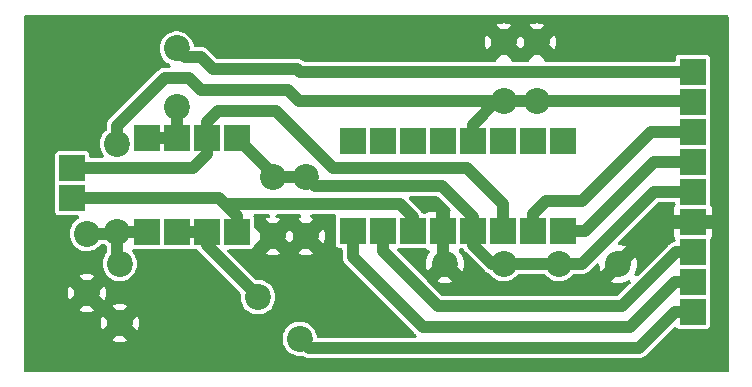
<source format=gbr>
%TF.GenerationSoftware,KiCad,Pcbnew,7.0.10*%
%TF.CreationDate,2024-03-10T19:32:54-06:00*%
%TF.ProjectId,Active_Electrode,41637469-7665-45f4-956c-656374726f64,rev?*%
%TF.SameCoordinates,Original*%
%TF.FileFunction,Copper,L1,Top*%
%TF.FilePolarity,Positive*%
%FSLAX46Y46*%
G04 Gerber Fmt 4.6, Leading zero omitted, Abs format (unit mm)*
G04 Created by KiCad (PCBNEW 7.0.10) date 2024-03-10 19:32:54*
%MOMM*%
%LPD*%
G01*
G04 APERTURE LIST*
%TA.AperFunction,ComponentPad*%
%ADD10R,2.200000X2.200000*%
%TD*%
%TA.AperFunction,ComponentPad*%
%ADD11C,2.200000*%
%TD*%
%TA.AperFunction,ViaPad*%
%ADD12C,2.200000*%
%TD*%
%TA.AperFunction,Conductor*%
%ADD13C,1.000000*%
%TD*%
G04 APERTURE END LIST*
D10*
%TO.P,J1,1,Pin_1*%
%TO.N,/CH1*%
X4089000Y-12974000D03*
%TO.P,J1,2,Pin_2*%
%TO.N,/CH2*%
X4089000Y-15514000D03*
%TD*%
D11*
%TO.P,C10,1*%
%TO.N,/+15V*%
X5334000Y-18542000D03*
%TO.P,C10,2*%
%TO.N,GND*%
X5334000Y-23542000D03*
%TD*%
%TO.P,C5,1*%
%TO.N,/-15V*%
X23876000Y-13716000D03*
%TO.P,C5,2*%
%TO.N,GND*%
X23876000Y-18716000D03*
%TD*%
%TO.P,C9,1*%
%TO.N,/+15V*%
X8128000Y-21082000D03*
%TO.P,C9,2*%
%TO.N,GND*%
X8128000Y-26082000D03*
%TD*%
%TO.P,C7,1*%
%TO.N,/-15V*%
X45331862Y-21082000D03*
%TO.P,C7,2*%
%TO.N,GND*%
X50331862Y-21082000D03*
%TD*%
%TO.P,C1,1*%
%TO.N,Net-(U2-NEG_A)*%
X12954000Y-7834000D03*
%TO.P,C1,2*%
%TO.N,/ADC_CH1*%
X12954000Y-2834000D03*
%TD*%
%TO.P,C4,1*%
%TO.N,/-15V*%
X21082000Y-13756000D03*
%TO.P,C4,2*%
%TO.N,GND*%
X21082000Y-18756000D03*
%TD*%
%TO.P,C2,1*%
%TO.N,Net-(U2-NEG_B)*%
X19822233Y-23886233D03*
%TO.P,C2,2*%
%TO.N,/ADC_CH2*%
X23357767Y-27421767D03*
%TD*%
%TO.P,C3,1*%
%TO.N,/+15V*%
X40640000Y-7326000D03*
%TO.P,C3,2*%
%TO.N,GND*%
X40640000Y-2326000D03*
%TD*%
D10*
%TO.P,J2,1,Pin_1*%
%TO.N,/ADC_CH1*%
X56642000Y-4826000D03*
%TO.P,J2,2,Pin_2*%
%TO.N,/+15V*%
X56642000Y-7366000D03*
%TO.P,J2,3,Pin_3*%
%TO.N,/CURR_CH1*%
X56642000Y-9906000D03*
%TO.P,J2,4,Pin_4*%
%TO.N,/DigiSelect1*%
X56642000Y-12446000D03*
%TO.P,J2,5,Pin_5*%
%TO.N,/-15V*%
X56642000Y-14986000D03*
%TO.P,J2,6,Pin_6*%
%TO.N,GND*%
X56642000Y-17526000D03*
%TO.P,J2,7,Pin_7*%
%TO.N,/CURR_CH2*%
X56642000Y-20066000D03*
%TO.P,J2,8,Pin_8*%
%TO.N,/DigiSelect2*%
X56642000Y-22606000D03*
%TO.P,J2,9,Pin_9*%
%TO.N,/ADC_CH2*%
X56642000Y-25146000D03*
%TD*%
D11*
%TO.P,C6,1*%
%TO.N,/+15V*%
X43434000Y-7326000D03*
%TO.P,C6,2*%
%TO.N,GND*%
X43434000Y-2326000D03*
%TD*%
%TO.P,C8,1*%
%TO.N,/-15V*%
X40640000Y-21082000D03*
%TO.P,C8,2*%
%TO.N,GND*%
X35640000Y-21082000D03*
%TD*%
D10*
%TO.P,U1,1,IN1*%
%TO.N,/DigiSelect1*%
X45636000Y-18288000D03*
%TO.P,U1,2,D1*%
%TO.N,/CURR_CH1*%
X43096000Y-18288000D03*
%TO.P,U1,3,S1*%
%TO.N,/CH1*%
X40556000Y-18288000D03*
%TO.P,U1,4,VSS*%
%TO.N,/-15V*%
X38016000Y-18288000D03*
%TO.P,U1,5,GND*%
%TO.N,GND*%
X35476000Y-18288000D03*
%TO.P,U1,6,S4*%
%TO.N,/CH2*%
X32936000Y-18288000D03*
%TO.P,U1,7,D4*%
%TO.N,/CURR_CH2*%
X30396000Y-18288000D03*
%TO.P,U1,8,IN4*%
%TO.N,/DigiSelect2*%
X27856000Y-18288000D03*
%TO.P,U1,9,IN3*%
%TO.N,unconnected-(U1-IN3-Pad9)*%
X27856000Y-10668000D03*
%TO.P,U1,10,D3*%
%TO.N,unconnected-(U1-D3-Pad10)*%
X30396000Y-10668000D03*
%TO.P,U1,11,S3*%
%TO.N,unconnected-(U1-S3-Pad11)*%
X32936000Y-10668000D03*
%TO.P,U1,12,NC*%
%TO.N,unconnected-(U1-NC-Pad12)*%
X35476000Y-10668000D03*
%TO.P,U1,13,VDD*%
%TO.N,/+15V*%
X38016000Y-10668000D03*
%TO.P,U1,14,S2*%
%TO.N,unconnected-(U1-S2-Pad14)*%
X40556000Y-10668000D03*
%TO.P,U1,15,D2*%
%TO.N,unconnected-(U1-D2-Pad15)*%
X43096000Y-10668000D03*
%TO.P,U1,16,IN2*%
%TO.N,unconnected-(U1-IN2-Pad16)*%
X45636000Y-10668000D03*
%TD*%
%TO.P,U2,1,OUT_A*%
%TO.N,Net-(U2-NEG_A)*%
X10414000Y-10414000D03*
%TO.P,U2,2,NEG_A*%
X12954000Y-10414000D03*
%TO.P,U2,3,POS_A*%
%TO.N,/CH1*%
X15494000Y-10414000D03*
%TO.P,U2,4,V-*%
%TO.N,/-15V*%
X18034000Y-10414000D03*
%TO.P,U2,5,POS_B*%
%TO.N,/CH2*%
X18034000Y-18354000D03*
%TO.P,U2,6,NEG_B*%
%TO.N,Net-(U2-NEG_B)*%
X15494000Y-18354000D03*
%TO.P,U2,7,OUT_B*%
X12954000Y-18354000D03*
%TO.P,U2,8,V+*%
%TO.N,/+15V*%
X10414000Y-18354000D03*
%TD*%
D12*
%TO.N,/+15V*%
X7874000Y-10922000D03*
X7874000Y-18354000D03*
%TD*%
D13*
%TO.N,/DigiSelect1*%
X47498000Y-18288000D02*
X53340000Y-12446000D01*
X45636000Y-18288000D02*
X47498000Y-18288000D01*
X53340000Y-12446000D02*
X56642000Y-12446000D01*
%TO.N,GND*%
X35476000Y-18288000D02*
X35476000Y-20918000D01*
X35476000Y-20918000D02*
X35640000Y-21082000D01*
X35640000Y-18452000D02*
X35476000Y-18288000D01*
%TO.N,/DigiSelect2*%
X33782000Y-26416000D02*
X51308000Y-26416000D01*
X27856000Y-20490000D02*
X33782000Y-26416000D01*
X55118000Y-22606000D02*
X56642000Y-22606000D01*
X51308000Y-26416000D02*
X55118000Y-22606000D01*
X27856000Y-18288000D02*
X27856000Y-20490000D01*
%TO.N,/-15V*%
X21082000Y-13462000D02*
X18034000Y-10414000D01*
X39650000Y-21082000D02*
X38016000Y-19448000D01*
X38016000Y-18288000D02*
X38016000Y-17128000D01*
X35366000Y-14478000D02*
X24638000Y-14478000D01*
X24638000Y-14478000D02*
X23876000Y-13716000D01*
X38016000Y-19448000D02*
X38016000Y-18288000D01*
X21122000Y-13716000D02*
X21082000Y-13756000D01*
X23876000Y-13716000D02*
X21122000Y-13716000D01*
X21082000Y-13756000D02*
X21082000Y-13462000D01*
X40640000Y-21082000D02*
X39650000Y-21082000D01*
X56642000Y-14986000D02*
X53340000Y-14986000D01*
X38016000Y-17128000D02*
X35366000Y-14478000D01*
X53340000Y-14986000D02*
X47244000Y-21082000D01*
X47244000Y-21082000D02*
X45331862Y-21082000D01*
X40640000Y-21082000D02*
X45331862Y-21082000D01*
%TO.N,/+15V*%
X38016000Y-9308000D02*
X38016000Y-10668000D01*
X43434000Y-7326000D02*
X56602000Y-7326000D01*
X7874000Y-9398000D02*
X7874000Y-10922000D01*
X39998000Y-7326000D02*
X38016000Y-9308000D01*
X43434000Y-7326000D02*
X23328000Y-7326000D01*
X10414000Y-18354000D02*
X7874000Y-18354000D01*
X22352000Y-6350000D02*
X14986000Y-6350000D01*
X23328000Y-7326000D02*
X22352000Y-6350000D01*
X14986000Y-6350000D02*
X13970000Y-5334000D01*
X11938000Y-5334000D02*
X7874000Y-9398000D01*
X7686000Y-18542000D02*
X7874000Y-18354000D01*
X56602000Y-7326000D02*
X56642000Y-7366000D01*
X8128000Y-21082000D02*
X7874000Y-20828000D01*
X13970000Y-5334000D02*
X11938000Y-5334000D01*
X40640000Y-7326000D02*
X39998000Y-7326000D01*
X5334000Y-18542000D02*
X7686000Y-18542000D01*
X7874000Y-20828000D02*
X7874000Y-18354000D01*
%TO.N,/CURR_CH1*%
X43096000Y-16894000D02*
X44242000Y-15748000D01*
X53086000Y-9906000D02*
X56642000Y-9906000D01*
X47244000Y-15748000D02*
X53086000Y-9906000D01*
X43096000Y-18288000D02*
X43096000Y-16894000D01*
X44242000Y-15748000D02*
X47244000Y-15748000D01*
%TO.N,/CURR_CH2*%
X55218610Y-20066000D02*
X56642000Y-20066000D01*
X30396000Y-18288000D02*
X30396000Y-19982000D01*
X50646610Y-24638000D02*
X55218610Y-20066000D01*
X35052000Y-24638000D02*
X50646610Y-24638000D01*
X30396000Y-19982000D02*
X35052000Y-24638000D01*
%TO.N,/ADC_CH1*%
X14986000Y-3556000D02*
X16002000Y-4572000D01*
X23114000Y-4572000D02*
X23368000Y-4826000D01*
X23368000Y-4826000D02*
X56642000Y-4826000D01*
X13676000Y-3556000D02*
X14986000Y-3556000D01*
X12954000Y-2834000D02*
X13676000Y-3556000D01*
X16002000Y-4572000D02*
X23114000Y-4572000D01*
%TO.N,/ADC_CH2*%
X24130000Y-28194000D02*
X52070000Y-28194000D01*
X23357767Y-27421767D02*
X24130000Y-28194000D01*
X55118000Y-25146000D02*
X56642000Y-25146000D01*
X52070000Y-28194000D02*
X55118000Y-25146000D01*
%TO.N,/CH1*%
X15494000Y-11774000D02*
X15494000Y-10414000D01*
X40556000Y-15988000D02*
X37522000Y-12954000D01*
X37522000Y-12954000D02*
X26162000Y-12954000D01*
X15494000Y-9054000D02*
X15494000Y-10414000D01*
X14294000Y-12974000D02*
X15494000Y-11774000D01*
X16420000Y-8128000D02*
X15494000Y-9054000D01*
X4089000Y-12974000D02*
X14294000Y-12974000D01*
X21336000Y-8128000D02*
X20066000Y-8128000D01*
X26162000Y-12954000D02*
X21336000Y-8128000D01*
X20066000Y-8128000D02*
X16420000Y-8128000D01*
X40556000Y-18288000D02*
X40556000Y-15988000D01*
%TO.N,/CH2*%
X17042000Y-16002000D02*
X16554000Y-15514000D01*
X32936000Y-18288000D02*
X32936000Y-17128000D01*
X18034000Y-16994000D02*
X18034000Y-18354000D01*
X31810000Y-16002000D02*
X17042000Y-16002000D01*
X16948000Y-15908000D02*
X18034000Y-16994000D01*
X4089000Y-15514000D02*
X16554000Y-15514000D01*
X16554000Y-15514000D02*
X16948000Y-15908000D01*
X32936000Y-17128000D02*
X31810000Y-16002000D01*
%TO.N,Net-(U2-NEG_A)*%
X12954000Y-10414000D02*
X12954000Y-7834000D01*
X10414000Y-10414000D02*
X12954000Y-10414000D01*
%TO.N,Net-(U2-NEG_B)*%
X19822233Y-23886233D02*
X19822233Y-23842233D01*
X15494000Y-19514000D02*
X15494000Y-18354000D01*
X19822233Y-23842233D02*
X15494000Y-19514000D01*
X12954000Y-18354000D02*
X15494000Y-18354000D01*
%TD*%
%TA.AperFunction,Conductor*%
%TO.N,GND*%
G36*
X35022499Y-15348431D02*
G01*
X35064674Y-15379463D01*
X35804471Y-16119260D01*
X36101569Y-16416357D01*
X36144653Y-16487628D01*
X36149682Y-16570758D01*
X36115502Y-16646703D01*
X36101569Y-16662430D01*
X36076000Y-16687999D01*
X36076000Y-18714000D01*
X36056069Y-18794862D01*
X36000843Y-18857199D01*
X35922973Y-18886731D01*
X35902000Y-18888000D01*
X35050000Y-18888000D01*
X34969138Y-18868069D01*
X34906801Y-18812843D01*
X34877269Y-18734973D01*
X34876000Y-18714000D01*
X34876000Y-18359889D01*
X34976000Y-18359889D01*
X35016507Y-18497844D01*
X35094239Y-18618798D01*
X35202900Y-18712952D01*
X35333685Y-18772680D01*
X35440237Y-18788000D01*
X35511763Y-18788000D01*
X35618315Y-18772680D01*
X35749100Y-18712952D01*
X35857761Y-18618798D01*
X35935493Y-18497844D01*
X35976000Y-18359889D01*
X35976000Y-18216111D01*
X35935493Y-18078156D01*
X35857761Y-17957202D01*
X35749100Y-17863048D01*
X35618315Y-17803320D01*
X35511763Y-17788000D01*
X35440237Y-17788000D01*
X35333685Y-17803320D01*
X35202900Y-17863048D01*
X35094239Y-17957202D01*
X35016507Y-18078156D01*
X34976000Y-18216111D01*
X34976000Y-18359889D01*
X34876000Y-18359889D01*
X34876000Y-16688001D01*
X34875999Y-16688000D01*
X34328171Y-16688000D01*
X34268626Y-16694401D01*
X34268623Y-16694401D01*
X34133913Y-16744645D01*
X34133911Y-16744646D01*
X34056237Y-16802794D01*
X33979560Y-16835297D01*
X33951962Y-16837500D01*
X33854806Y-16837500D01*
X33773944Y-16817569D01*
X33711607Y-16762343D01*
X33707704Y-16755714D01*
X33707515Y-16755836D01*
X33660084Y-16681632D01*
X33657599Y-16677625D01*
X33617067Y-16610259D01*
X33611359Y-16602750D01*
X33611626Y-16602546D01*
X33608970Y-16599147D01*
X33608706Y-16599360D01*
X33602799Y-16592011D01*
X33547207Y-16536419D01*
X33543921Y-16533042D01*
X33489848Y-16475958D01*
X33482656Y-16469849D01*
X33482873Y-16469592D01*
X33468518Y-16457730D01*
X32636326Y-15625537D01*
X32593242Y-15554265D01*
X32588213Y-15471136D01*
X32622393Y-15395191D01*
X32687951Y-15343829D01*
X32759363Y-15328500D01*
X34941637Y-15328500D01*
X35022499Y-15348431D01*
G37*
%TD.AperFunction*%
%TA.AperFunction,Conductor*%
G36*
X59596862Y-19931D02*
G01*
X59659199Y-75157D01*
X59688731Y-153027D01*
X59690000Y-174000D01*
X59690000Y-30052000D01*
X59670069Y-30132862D01*
X59614843Y-30195199D01*
X59536973Y-30224731D01*
X59516000Y-30226000D01*
X174000Y-30226000D01*
X93138Y-30206069D01*
X30801Y-30150843D01*
X1269Y-30072973D01*
X0Y-30052000D01*
X0Y-27555115D01*
X7503413Y-27555115D01*
X7632040Y-27608394D01*
X7632050Y-27608397D01*
X7876921Y-27667185D01*
X7876930Y-27667187D01*
X8128000Y-27686947D01*
X8379069Y-27667187D01*
X8379078Y-27667185D01*
X8623949Y-27608397D01*
X8623959Y-27608394D01*
X8752586Y-27555114D01*
X8128000Y-26930528D01*
X7503413Y-27555115D01*
X0Y-27555115D01*
X0Y-26082000D01*
X6523052Y-26082000D01*
X6542812Y-26333069D01*
X6542814Y-26333078D01*
X6601602Y-26577949D01*
X6601607Y-26577964D01*
X6654883Y-26706585D01*
X6654884Y-26706585D01*
X7207581Y-26153889D01*
X7628000Y-26153889D01*
X7668507Y-26291844D01*
X7746239Y-26412798D01*
X7854900Y-26506952D01*
X7985685Y-26566680D01*
X8092237Y-26582000D01*
X8163763Y-26582000D01*
X8270315Y-26566680D01*
X8401100Y-26506952D01*
X8509761Y-26412798D01*
X8587493Y-26291844D01*
X8628000Y-26153889D01*
X8628000Y-26082000D01*
X8976528Y-26082000D01*
X9601114Y-26706585D01*
X9654394Y-26577959D01*
X9654397Y-26577949D01*
X9713185Y-26333078D01*
X9713187Y-26333069D01*
X9732947Y-26082000D01*
X9713187Y-25830930D01*
X9713185Y-25830921D01*
X9654397Y-25586050D01*
X9654394Y-25586040D01*
X9601114Y-25457413D01*
X8976528Y-26082000D01*
X8628000Y-26082000D01*
X8628000Y-26010111D01*
X8587493Y-25872156D01*
X8509761Y-25751202D01*
X8401100Y-25657048D01*
X8270315Y-25597320D01*
X8163763Y-25582000D01*
X8092237Y-25582000D01*
X7985685Y-25597320D01*
X7854900Y-25657048D01*
X7746239Y-25751202D01*
X7668507Y-25872156D01*
X7628000Y-26010111D01*
X7628000Y-26153889D01*
X7207581Y-26153889D01*
X7279470Y-26082000D01*
X6654883Y-25457413D01*
X6601608Y-25586034D01*
X6601601Y-25586056D01*
X6542814Y-25830921D01*
X6542812Y-25830930D01*
X6523052Y-26082000D01*
X0Y-26082000D01*
X0Y-25015115D01*
X4709413Y-25015115D01*
X4838040Y-25068394D01*
X4838050Y-25068397D01*
X5082921Y-25127185D01*
X5082930Y-25127187D01*
X5334000Y-25146947D01*
X5585069Y-25127187D01*
X5585078Y-25127185D01*
X5829949Y-25068397D01*
X5829959Y-25068394D01*
X5958586Y-25015114D01*
X5552355Y-24608883D01*
X7503413Y-24608883D01*
X8128000Y-25233470D01*
X8752585Y-24608884D01*
X8752585Y-24608883D01*
X8623964Y-24555607D01*
X8623949Y-24555602D01*
X8379078Y-24496814D01*
X8379069Y-24496812D01*
X8128000Y-24477052D01*
X7876930Y-24496812D01*
X7876921Y-24496814D01*
X7632056Y-24555601D01*
X7632034Y-24555608D01*
X7503413Y-24608883D01*
X5552355Y-24608883D01*
X5334000Y-24390528D01*
X4709413Y-25015115D01*
X0Y-25015115D01*
X0Y-23542000D01*
X3729052Y-23542000D01*
X3748812Y-23793069D01*
X3748814Y-23793078D01*
X3807602Y-24037949D01*
X3807607Y-24037964D01*
X3860883Y-24166585D01*
X3860884Y-24166585D01*
X4413581Y-23613889D01*
X4834000Y-23613889D01*
X4874507Y-23751844D01*
X4952239Y-23872798D01*
X5060900Y-23966952D01*
X5191685Y-24026680D01*
X5298237Y-24042000D01*
X5369763Y-24042000D01*
X5476315Y-24026680D01*
X5607100Y-23966952D01*
X5715761Y-23872798D01*
X5793493Y-23751844D01*
X5834000Y-23613889D01*
X5834000Y-23542000D01*
X6182528Y-23542000D01*
X6807114Y-24166585D01*
X6860394Y-24037959D01*
X6860397Y-24037949D01*
X6919185Y-23793078D01*
X6919187Y-23793069D01*
X6938947Y-23542000D01*
X6919187Y-23290930D01*
X6919185Y-23290921D01*
X6860397Y-23046050D01*
X6860394Y-23046040D01*
X6807114Y-22917413D01*
X6182528Y-23542000D01*
X5834000Y-23542000D01*
X5834000Y-23470111D01*
X5793493Y-23332156D01*
X5715761Y-23211202D01*
X5607100Y-23117048D01*
X5476315Y-23057320D01*
X5369763Y-23042000D01*
X5298237Y-23042000D01*
X5191685Y-23057320D01*
X5060900Y-23117048D01*
X4952239Y-23211202D01*
X4874507Y-23332156D01*
X4834000Y-23470111D01*
X4834000Y-23613889D01*
X4413581Y-23613889D01*
X4485470Y-23542000D01*
X3860883Y-22917413D01*
X3807608Y-23046034D01*
X3807601Y-23046056D01*
X3748814Y-23290921D01*
X3748812Y-23290930D01*
X3729052Y-23542000D01*
X0Y-23542000D01*
X0Y-22068883D01*
X4709413Y-22068883D01*
X5334000Y-22693470D01*
X5958585Y-22068884D01*
X5958585Y-22068883D01*
X5829964Y-22015607D01*
X5829949Y-22015602D01*
X5585078Y-21956814D01*
X5585069Y-21956812D01*
X5334000Y-21937052D01*
X5082930Y-21956812D01*
X5082921Y-21956814D01*
X4838056Y-22015601D01*
X4838034Y-22015608D01*
X4709413Y-22068883D01*
X0Y-22068883D01*
X0Y-16647261D01*
X2638500Y-16647261D01*
X2648426Y-16715391D01*
X2648427Y-16715393D01*
X2699800Y-16820480D01*
X2699801Y-16820481D01*
X2699802Y-16820483D01*
X2782517Y-16903198D01*
X2887607Y-16954573D01*
X2921673Y-16959536D01*
X2955739Y-16964500D01*
X4514248Y-16964500D01*
X4595110Y-16984431D01*
X4657447Y-17039657D01*
X4686979Y-17117527D01*
X4676941Y-17200201D01*
X4629631Y-17268741D01*
X4597063Y-17291528D01*
X4537934Y-17323526D01*
X4537925Y-17323532D01*
X4348239Y-17471171D01*
X4348231Y-17471179D01*
X4185426Y-17648033D01*
X4053948Y-17849275D01*
X3957390Y-18069409D01*
X3957389Y-18069413D01*
X3919246Y-18220040D01*
X3898380Y-18302437D01*
X3878529Y-18542000D01*
X3898380Y-18781563D01*
X3957390Y-19014591D01*
X3974866Y-19054432D01*
X4053948Y-19234724D01*
X4185426Y-19435966D01*
X4348231Y-19612820D01*
X4348239Y-19612828D01*
X4537925Y-19760467D01*
X4537934Y-19760473D01*
X4749343Y-19874882D01*
X4976693Y-19952931D01*
X4976700Y-19952933D01*
X4976703Y-19952934D01*
X5213808Y-19992500D01*
X5213812Y-19992500D01*
X5454188Y-19992500D01*
X5454192Y-19992500D01*
X5691297Y-19952934D01*
X5728714Y-19940089D01*
X5918656Y-19874882D01*
X6067056Y-19794572D01*
X6130067Y-19760472D01*
X6130069Y-19760469D01*
X6130074Y-19760467D01*
X6319760Y-19612828D01*
X6319759Y-19612828D01*
X6319764Y-19612825D01*
X6412445Y-19512146D01*
X6470894Y-19448654D01*
X6540323Y-19402660D01*
X6598910Y-19392500D01*
X6786971Y-19392500D01*
X6867833Y-19412431D01*
X6893837Y-19429184D01*
X6956375Y-19477859D01*
X7007943Y-19543252D01*
X7023500Y-19615168D01*
X7023500Y-20072262D01*
X7003569Y-20153124D01*
X6983285Y-20181921D01*
X6983845Y-20182357D01*
X6979430Y-20188028D01*
X6847948Y-20389275D01*
X6751390Y-20609409D01*
X6751389Y-20609413D01*
X6692380Y-20842436D01*
X6677170Y-21025989D01*
X6672529Y-21082000D01*
X6692380Y-21321563D01*
X6751390Y-21554591D01*
X6763413Y-21582000D01*
X6847948Y-21774724D01*
X6979426Y-21975966D01*
X7142231Y-22152820D01*
X7142239Y-22152828D01*
X7331925Y-22300467D01*
X7331934Y-22300473D01*
X7543343Y-22414882D01*
X7770693Y-22492931D01*
X7770700Y-22492933D01*
X7770703Y-22492934D01*
X8007808Y-22532500D01*
X8007812Y-22532500D01*
X8248188Y-22532500D01*
X8248192Y-22532500D01*
X8485297Y-22492934D01*
X8536661Y-22475301D01*
X8712656Y-22414882D01*
X8924067Y-22300472D01*
X8924069Y-22300469D01*
X8924074Y-22300467D01*
X9113760Y-22152828D01*
X9113759Y-22152828D01*
X9113764Y-22152825D01*
X9276571Y-21975969D01*
X9408049Y-21774728D01*
X9417976Y-21752098D01*
X9439468Y-21703099D01*
X9504610Y-21554591D01*
X9563620Y-21321563D01*
X9583471Y-21082000D01*
X9563620Y-20842437D01*
X9504610Y-20609409D01*
X9440162Y-20462483D01*
X9408051Y-20389275D01*
X9276573Y-20188033D01*
X9212349Y-20118267D01*
X9192169Y-20096346D01*
X9152067Y-20023356D01*
X9150479Y-19940089D01*
X9187768Y-19865622D01*
X9255393Y-19817014D01*
X9320186Y-19804500D01*
X11547261Y-19804500D01*
X11569971Y-19801191D01*
X11615393Y-19794573D01*
X11615396Y-19794571D01*
X11628302Y-19790584D01*
X11629265Y-19793703D01*
X11688957Y-19780783D01*
X11738921Y-19793097D01*
X11739698Y-19790584D01*
X11752605Y-19794572D01*
X11752607Y-19794573D01*
X11786673Y-19799536D01*
X11820739Y-19804500D01*
X11820740Y-19804500D01*
X14087261Y-19804500D01*
X14109971Y-19801191D01*
X14155393Y-19794573D01*
X14155396Y-19794571D01*
X14168302Y-19790584D01*
X14169265Y-19793703D01*
X14228957Y-19780783D01*
X14278921Y-19793097D01*
X14279698Y-19790584D01*
X14292605Y-19794572D01*
X14292607Y-19794573D01*
X14326673Y-19799536D01*
X14360739Y-19804500D01*
X14360740Y-19804500D01*
X14575195Y-19804500D01*
X14656057Y-19824431D01*
X14718394Y-19879657D01*
X14722300Y-19886290D01*
X14722489Y-19886170D01*
X14769924Y-19960383D01*
X14772381Y-19964343D01*
X14812930Y-20031736D01*
X14812932Y-20031738D01*
X14812935Y-20031743D01*
X14818641Y-20039250D01*
X14818373Y-20039453D01*
X14821031Y-20042853D01*
X14821294Y-20042642D01*
X14827197Y-20049986D01*
X14882807Y-20105596D01*
X14886094Y-20108974D01*
X14940146Y-20166037D01*
X14947337Y-20172144D01*
X14947118Y-20172401D01*
X14961477Y-20184266D01*
X16670490Y-21893279D01*
X18332436Y-23555224D01*
X18375520Y-23626495D01*
X18382804Y-23692627D01*
X18366762Y-23886233D01*
X18386613Y-24125796D01*
X18445623Y-24358824D01*
X18452961Y-24375553D01*
X18542181Y-24578957D01*
X18673659Y-24780199D01*
X18836464Y-24957053D01*
X18836472Y-24957061D01*
X19026158Y-25104700D01*
X19026167Y-25104706D01*
X19237576Y-25219115D01*
X19464926Y-25297164D01*
X19464933Y-25297166D01*
X19464936Y-25297167D01*
X19702041Y-25336733D01*
X19702045Y-25336733D01*
X19942421Y-25336733D01*
X19942425Y-25336733D01*
X20179530Y-25297167D01*
X20406889Y-25219115D01*
X20618300Y-25104705D01*
X20618302Y-25104702D01*
X20618307Y-25104700D01*
X20807993Y-24957061D01*
X20807992Y-24957061D01*
X20807997Y-24957058D01*
X20970804Y-24780202D01*
X21102282Y-24578961D01*
X21198843Y-24358824D01*
X21257853Y-24125796D01*
X21277704Y-23886233D01*
X21257853Y-23646670D01*
X21198843Y-23413642D01*
X21110045Y-23211202D01*
X21102284Y-23193508D01*
X20970806Y-22992266D01*
X20808001Y-22815412D01*
X20807993Y-22815404D01*
X20618307Y-22667765D01*
X20618298Y-22667759D01*
X20406889Y-22553350D01*
X20179539Y-22475301D01*
X20179532Y-22475299D01*
X20100495Y-22462110D01*
X19942425Y-22435733D01*
X19702041Y-22435733D01*
X19694845Y-22435733D01*
X19694845Y-22433789D01*
X19623052Y-22422276D01*
X19567884Y-22385095D01*
X17411904Y-20229115D01*
X20457413Y-20229115D01*
X20586040Y-20282394D01*
X20586050Y-20282397D01*
X20830921Y-20341185D01*
X20830930Y-20341187D01*
X21082000Y-20360947D01*
X21333069Y-20341187D01*
X21333078Y-20341185D01*
X21577949Y-20282397D01*
X21577959Y-20282394D01*
X21706586Y-20229114D01*
X21666587Y-20189115D01*
X23251413Y-20189115D01*
X23380040Y-20242394D01*
X23380050Y-20242397D01*
X23624921Y-20301185D01*
X23624930Y-20301187D01*
X23876000Y-20320947D01*
X24127069Y-20301187D01*
X24127078Y-20301185D01*
X24371949Y-20242397D01*
X24371959Y-20242394D01*
X24500586Y-20189114D01*
X23876000Y-19564528D01*
X23251413Y-20189115D01*
X21666587Y-20189115D01*
X21082000Y-19604528D01*
X20457413Y-20229115D01*
X17411904Y-20229115D01*
X17284326Y-20101537D01*
X17241242Y-20030266D01*
X17236213Y-19947136D01*
X17270393Y-19871191D01*
X17335951Y-19819829D01*
X17407363Y-19804500D01*
X19167261Y-19804500D01*
X19189971Y-19801191D01*
X19235393Y-19794573D01*
X19340483Y-19743198D01*
X19423198Y-19660483D01*
X19474573Y-19555393D01*
X19476690Y-19540865D01*
X19508069Y-19463721D01*
X19571705Y-19409996D01*
X19581682Y-19407787D01*
X20161581Y-18827889D01*
X20582000Y-18827889D01*
X20622507Y-18965844D01*
X20700239Y-19086798D01*
X20808900Y-19180952D01*
X20939685Y-19240680D01*
X21046237Y-19256000D01*
X21117763Y-19256000D01*
X21224315Y-19240680D01*
X21355100Y-19180952D01*
X21463761Y-19086798D01*
X21541493Y-18965844D01*
X21582000Y-18827889D01*
X21582000Y-18756000D01*
X21930529Y-18756000D01*
X22458999Y-19284470D01*
X22955581Y-18787889D01*
X23376000Y-18787889D01*
X23416507Y-18925844D01*
X23494239Y-19046798D01*
X23602900Y-19140952D01*
X23733685Y-19200680D01*
X23840237Y-19216000D01*
X23911763Y-19216000D01*
X24018315Y-19200680D01*
X24149100Y-19140952D01*
X24257761Y-19046798D01*
X24335493Y-18925844D01*
X24376000Y-18787889D01*
X24376000Y-18716000D01*
X24724528Y-18716000D01*
X25349114Y-19340585D01*
X25402394Y-19211959D01*
X25402397Y-19211949D01*
X25461185Y-18967078D01*
X25461187Y-18967069D01*
X25480947Y-18716000D01*
X25461187Y-18464930D01*
X25461185Y-18464921D01*
X25402397Y-18220050D01*
X25402394Y-18220040D01*
X25349114Y-18091413D01*
X24724528Y-18716000D01*
X24376000Y-18716000D01*
X24376000Y-18644111D01*
X24335493Y-18506156D01*
X24257761Y-18385202D01*
X24149100Y-18291048D01*
X24018315Y-18231320D01*
X23911763Y-18216000D01*
X23840237Y-18216000D01*
X23733685Y-18231320D01*
X23602900Y-18291048D01*
X23494239Y-18385202D01*
X23416507Y-18506156D01*
X23376000Y-18644111D01*
X23376000Y-18787889D01*
X22955581Y-18787889D01*
X23027471Y-18715999D01*
X22499000Y-18187528D01*
X21930529Y-18756000D01*
X21582000Y-18756000D01*
X21582000Y-18684111D01*
X21541493Y-18546156D01*
X21463761Y-18425202D01*
X21355100Y-18331048D01*
X21224315Y-18271320D01*
X21117763Y-18256000D01*
X21046237Y-18256000D01*
X20939685Y-18271320D01*
X20808900Y-18331048D01*
X20700239Y-18425202D01*
X20622507Y-18546156D01*
X20582000Y-18684111D01*
X20582000Y-18827889D01*
X20161581Y-18827889D01*
X20233470Y-18756000D01*
X19559329Y-18081859D01*
X19537322Y-18069002D01*
X19493173Y-17998384D01*
X19484500Y-17944134D01*
X19484500Y-17220738D01*
X19474573Y-17152608D01*
X19474571Y-17152603D01*
X19450283Y-17102919D01*
X19432674Y-17021520D01*
X19454911Y-16941262D01*
X19511898Y-16880531D01*
X19590582Y-16853239D01*
X19606603Y-16852500D01*
X20686678Y-16852500D01*
X20767540Y-16872431D01*
X20829877Y-16927657D01*
X20859409Y-17005527D01*
X20849371Y-17088201D01*
X20802061Y-17156741D01*
X20728319Y-17195444D01*
X20727298Y-17195692D01*
X20586053Y-17229601D01*
X20586034Y-17229608D01*
X20457413Y-17282883D01*
X21082000Y-17907470D01*
X21706585Y-17282884D01*
X21706585Y-17282883D01*
X21577964Y-17229607D01*
X21577952Y-17229603D01*
X21436702Y-17195692D01*
X21362728Y-17157435D01*
X21315005Y-17089183D01*
X21304467Y-17006570D01*
X21333528Y-16928524D01*
X21395531Y-16872922D01*
X21476271Y-16852503D01*
X21477322Y-16852500D01*
X23319129Y-16852500D01*
X23399991Y-16872431D01*
X23462328Y-16927657D01*
X23491860Y-17005527D01*
X23481822Y-17088201D01*
X23434512Y-17156741D01*
X23385715Y-17187255D01*
X23251413Y-17242883D01*
X23876000Y-17867470D01*
X24500585Y-17242884D01*
X24500585Y-17242883D01*
X24366285Y-17187255D01*
X24299206Y-17137897D01*
X24262748Y-17063020D01*
X24265263Y-16979776D01*
X24306175Y-16907236D01*
X24376112Y-16862018D01*
X24432872Y-16852500D01*
X26251882Y-16852500D01*
X26332744Y-16872431D01*
X26395081Y-16927657D01*
X26424613Y-17005527D01*
X26418127Y-17077868D01*
X26415426Y-17086607D01*
X26405500Y-17154738D01*
X26405500Y-19421261D01*
X26415426Y-19489391D01*
X26415427Y-19489393D01*
X26466800Y-19594480D01*
X26466801Y-19594481D01*
X26466802Y-19594483D01*
X26549517Y-19677198D01*
X26654607Y-19728573D01*
X26673873Y-19731380D01*
X26722739Y-19738500D01*
X26722740Y-19738500D01*
X26831500Y-19738500D01*
X26912362Y-19758431D01*
X26974699Y-19813657D01*
X27004231Y-19891527D01*
X27005500Y-19912500D01*
X27005500Y-20448361D01*
X27004926Y-20462483D01*
X27000798Y-20513168D01*
X27011409Y-20591047D01*
X27011982Y-20595722D01*
X27020485Y-20673907D01*
X27022514Y-20683121D01*
X27022185Y-20683193D01*
X27023170Y-20687396D01*
X27023497Y-20687315D01*
X27025775Y-20696475D01*
X27052887Y-20770276D01*
X27054450Y-20774715D01*
X27079554Y-20849216D01*
X27083519Y-20857787D01*
X27083213Y-20857928D01*
X27085075Y-20861812D01*
X27085376Y-20861663D01*
X27089571Y-20870122D01*
X27131924Y-20936383D01*
X27134381Y-20940343D01*
X27174930Y-21007736D01*
X27174932Y-21007738D01*
X27174935Y-21007743D01*
X27180641Y-21015250D01*
X27180373Y-21015453D01*
X27183031Y-21018853D01*
X27183294Y-21018642D01*
X27189197Y-21025986D01*
X27244807Y-21081596D01*
X27248094Y-21084974D01*
X27302146Y-21142037D01*
X27309337Y-21148144D01*
X27309118Y-21148401D01*
X27323477Y-21160266D01*
X33151164Y-26987952D01*
X33160744Y-26998345D01*
X33193661Y-27037099D01*
X33200072Y-27043171D01*
X33245075Y-27113247D01*
X33252357Y-27196210D01*
X33220250Y-27273054D01*
X33156109Y-27326175D01*
X33080419Y-27343500D01*
X24966930Y-27343500D01*
X24886068Y-27323569D01*
X24823731Y-27268343D01*
X24794199Y-27190473D01*
X24793526Y-27183892D01*
X24793387Y-27182204D01*
X24734377Y-26949176D01*
X24677040Y-26818461D01*
X24637818Y-26729042D01*
X24506340Y-26527800D01*
X24343535Y-26350946D01*
X24343527Y-26350938D01*
X24153841Y-26203299D01*
X24153832Y-26203293D01*
X23942423Y-26088884D01*
X23715073Y-26010835D01*
X23715066Y-26010833D01*
X23636029Y-25997644D01*
X23477959Y-25971267D01*
X23237575Y-25971267D01*
X23102086Y-25993876D01*
X23000467Y-26010833D01*
X23000460Y-26010835D01*
X22773110Y-26088884D01*
X22561701Y-26203293D01*
X22561692Y-26203299D01*
X22372006Y-26350938D01*
X22371998Y-26350946D01*
X22209193Y-26527800D01*
X22077715Y-26729042D01*
X21981157Y-26949176D01*
X21981156Y-26949180D01*
X21922147Y-27182203D01*
X21902296Y-27421767D01*
X21922147Y-27661330D01*
X21981156Y-27894353D01*
X21981157Y-27894357D01*
X22077715Y-28114491D01*
X22209193Y-28315733D01*
X22371998Y-28492587D01*
X22372006Y-28492595D01*
X22561692Y-28640234D01*
X22561701Y-28640240D01*
X22773110Y-28754649D01*
X23000460Y-28832698D01*
X23000467Y-28832700D01*
X23000470Y-28832701D01*
X23237575Y-28872267D01*
X23237579Y-28872267D01*
X23477958Y-28872267D01*
X23477959Y-28872267D01*
X23515607Y-28865984D01*
X23598646Y-28872331D01*
X23653263Y-28901993D01*
X23669246Y-28914841D01*
X23669247Y-28914841D01*
X23669249Y-28914843D01*
X23677195Y-28919922D01*
X23677012Y-28920207D01*
X23680673Y-28922478D01*
X23680849Y-28922188D01*
X23688933Y-28927052D01*
X23688936Y-28927054D01*
X23760359Y-28960097D01*
X23764545Y-28962104D01*
X23834979Y-28997036D01*
X23834983Y-28997037D01*
X23843832Y-29000288D01*
X23843714Y-29000606D01*
X23847785Y-29002039D01*
X23847893Y-29001720D01*
X23856827Y-29004730D01*
X23856830Y-29004730D01*
X23856833Y-29004732D01*
X23933691Y-29021649D01*
X23938153Y-29022695D01*
X24014505Y-29041684D01*
X24014512Y-29041684D01*
X24023858Y-29042958D01*
X24023812Y-29043293D01*
X24028086Y-29043816D01*
X24028123Y-29043480D01*
X24037502Y-29044500D01*
X24037503Y-29044500D01*
X24116120Y-29044500D01*
X24120832Y-29044564D01*
X24199431Y-29046693D01*
X24199431Y-29046692D01*
X24199432Y-29046693D01*
X24199432Y-29046692D01*
X24208827Y-29045928D01*
X24208854Y-29046263D01*
X24227402Y-29044500D01*
X52028362Y-29044500D01*
X52042483Y-29045073D01*
X52052972Y-29045928D01*
X52093165Y-29049201D01*
X52093165Y-29049200D01*
X52093167Y-29049201D01*
X52171113Y-29038580D01*
X52175718Y-29038017D01*
X52234903Y-29031580D01*
X52253911Y-29029514D01*
X52263129Y-29027485D01*
X52263201Y-29027815D01*
X52267396Y-29026832D01*
X52267315Y-29026503D01*
X52276468Y-29024227D01*
X52350323Y-28997093D01*
X52354656Y-28995567D01*
X52429221Y-28970444D01*
X52429223Y-28970442D01*
X52429225Y-28970442D01*
X52437786Y-28966482D01*
X52437928Y-28966789D01*
X52441811Y-28964928D01*
X52441661Y-28964625D01*
X52450113Y-28960433D01*
X52450112Y-28960433D01*
X52450116Y-28960432D01*
X52516416Y-28918052D01*
X52520337Y-28915621D01*
X52587736Y-28875070D01*
X52587742Y-28875063D01*
X52595249Y-28869359D01*
X52595454Y-28869628D01*
X52598841Y-28866980D01*
X52598629Y-28866717D01*
X52605980Y-28860807D01*
X52605983Y-28860803D01*
X52605989Y-28860800D01*
X52661631Y-28805156D01*
X52664975Y-28801904D01*
X52722036Y-28747854D01*
X52722037Y-28747852D01*
X52722041Y-28747849D01*
X52722043Y-28747844D01*
X52728149Y-28740657D01*
X52728407Y-28740876D01*
X52740267Y-28726519D01*
X55010520Y-26456267D01*
X55081787Y-26413186D01*
X55164917Y-26408157D01*
X55240862Y-26442337D01*
X55256581Y-26456262D01*
X55335517Y-26535198D01*
X55440607Y-26586573D01*
X55474673Y-26591536D01*
X55508739Y-26596500D01*
X55508740Y-26596500D01*
X57775261Y-26596500D01*
X57797971Y-26593191D01*
X57843393Y-26586573D01*
X57948483Y-26535198D01*
X58031198Y-26452483D01*
X58082573Y-26347393D01*
X58092500Y-26279260D01*
X58092500Y-24012740D01*
X58082573Y-23944607D01*
X58082572Y-23944605D01*
X58078584Y-23931698D01*
X58081703Y-23930734D01*
X58068783Y-23871043D01*
X58081097Y-23821078D01*
X58078584Y-23820302D01*
X58082571Y-23807396D01*
X58082573Y-23807393D01*
X58092500Y-23739260D01*
X58092500Y-21472740D01*
X58082573Y-21404607D01*
X58082572Y-21404605D01*
X58078584Y-21391698D01*
X58081703Y-21390734D01*
X58068783Y-21331043D01*
X58081097Y-21281078D01*
X58078584Y-21280302D01*
X58082571Y-21267396D01*
X58082573Y-21267393D01*
X58092500Y-21199260D01*
X58092500Y-19050038D01*
X58112431Y-18969176D01*
X58127206Y-18945763D01*
X58185353Y-18868088D01*
X58185354Y-18868086D01*
X58235598Y-18733376D01*
X58235598Y-18733373D01*
X58242000Y-18673828D01*
X58242000Y-18126001D01*
X58241999Y-18126000D01*
X55042001Y-18126000D01*
X55042000Y-18126001D01*
X55042000Y-18673828D01*
X55048401Y-18733373D01*
X55048401Y-18733376D01*
X55098645Y-18868086D01*
X55098646Y-18868088D01*
X55156794Y-18945763D01*
X55189297Y-19022440D01*
X55191500Y-19050038D01*
X55191500Y-19057330D01*
X55171569Y-19138192D01*
X55116343Y-19200529D01*
X55043817Y-19228034D01*
X55043911Y-19228459D01*
X55041018Y-19229095D01*
X55038473Y-19230061D01*
X55036325Y-19230309D01*
X55034703Y-19230485D01*
X55025487Y-19232514D01*
X55025415Y-19232187D01*
X55021215Y-19233171D01*
X55021296Y-19233496D01*
X55012147Y-19235771D01*
X54938355Y-19262880D01*
X54933917Y-19264442D01*
X54859392Y-19289554D01*
X54850831Y-19293515D01*
X54850691Y-19293213D01*
X54846795Y-19295080D01*
X54846943Y-19295378D01*
X54838490Y-19299570D01*
X54772247Y-19341912D01*
X54768244Y-19344395D01*
X54700868Y-19384933D01*
X54693361Y-19390640D01*
X54693160Y-19390376D01*
X54689763Y-19393033D01*
X54689971Y-19393292D01*
X54682627Y-19399195D01*
X54627027Y-19454793D01*
X54623655Y-19458074D01*
X54566573Y-19512146D01*
X54560465Y-19519338D01*
X54560208Y-19519120D01*
X54548345Y-19533475D01*
X51995355Y-22086465D01*
X51924084Y-22129549D01*
X51840954Y-22134578D01*
X51765009Y-22100398D01*
X51713647Y-22034840D01*
X51698635Y-21952922D01*
X51723412Y-21873411D01*
X51723959Y-21872512D01*
X51761882Y-21810627D01*
X51761883Y-21810626D01*
X51858256Y-21577960D01*
X51858259Y-21577949D01*
X51917047Y-21333078D01*
X51917049Y-21333069D01*
X51936809Y-21082000D01*
X51917049Y-20830930D01*
X51917047Y-20830921D01*
X51858259Y-20586050D01*
X51858256Y-20586040D01*
X51804976Y-20457413D01*
X51120348Y-21142040D01*
X51120349Y-21142041D01*
X49707275Y-22555115D01*
X49835902Y-22608394D01*
X49835912Y-22608397D01*
X50080783Y-22667185D01*
X50080792Y-22667187D01*
X50331862Y-22686947D01*
X50582931Y-22667187D01*
X50582940Y-22667185D01*
X50827811Y-22608397D01*
X50827822Y-22608394D01*
X51060488Y-22512021D01*
X51060489Y-22512020D01*
X51122374Y-22474097D01*
X51201734Y-22448840D01*
X51283741Y-22463356D01*
X51349608Y-22514320D01*
X51384247Y-22590057D01*
X51379721Y-22673216D01*
X51337069Y-22744746D01*
X51336327Y-22745493D01*
X50345284Y-23736537D01*
X50274013Y-23779621D01*
X50222247Y-23787500D01*
X35476362Y-23787500D01*
X35395500Y-23767569D01*
X35353325Y-23736537D01*
X34171903Y-22555115D01*
X35015413Y-22555115D01*
X35144040Y-22608394D01*
X35144050Y-22608397D01*
X35388921Y-22667185D01*
X35388930Y-22667187D01*
X35640000Y-22686947D01*
X35891069Y-22667187D01*
X35891078Y-22667185D01*
X36135949Y-22608397D01*
X36135959Y-22608394D01*
X36264586Y-22555114D01*
X35640000Y-21930528D01*
X35015413Y-22555115D01*
X34171903Y-22555115D01*
X31649807Y-20033018D01*
X31606723Y-19961747D01*
X31601694Y-19878617D01*
X31635874Y-19802672D01*
X31701432Y-19751310D01*
X31783350Y-19736298D01*
X31797929Y-19737799D01*
X31802740Y-19738500D01*
X31802741Y-19738500D01*
X33951962Y-19738500D01*
X34032824Y-19758431D01*
X34056237Y-19773206D01*
X34133909Y-19831351D01*
X34258377Y-19877775D01*
X34327176Y-19924707D01*
X34366283Y-19998236D01*
X34366741Y-20081517D01*
X34343548Y-20131829D01*
X34345142Y-20132806D01*
X34209982Y-20353366D01*
X34209978Y-20353373D01*
X34113605Y-20586039D01*
X34113602Y-20586050D01*
X34054814Y-20830921D01*
X34054812Y-20830930D01*
X34035052Y-21082000D01*
X34054812Y-21333069D01*
X34054814Y-21333078D01*
X34113602Y-21577949D01*
X34113607Y-21577964D01*
X34166883Y-21706585D01*
X34719580Y-21153889D01*
X35140000Y-21153889D01*
X35180507Y-21291844D01*
X35258239Y-21412798D01*
X35366900Y-21506952D01*
X35497685Y-21566680D01*
X35604237Y-21582000D01*
X35675763Y-21582000D01*
X35782315Y-21566680D01*
X35913100Y-21506952D01*
X36021761Y-21412798D01*
X36099493Y-21291844D01*
X36140000Y-21153889D01*
X36140000Y-21010111D01*
X36099493Y-20872156D01*
X36021761Y-20751202D01*
X35913100Y-20657048D01*
X35782315Y-20597320D01*
X35675763Y-20582000D01*
X35604237Y-20582000D01*
X35497685Y-20597320D01*
X35366900Y-20657048D01*
X35258239Y-20751202D01*
X35180507Y-20872156D01*
X35140000Y-21010111D01*
X35140000Y-21153889D01*
X34719580Y-21153889D01*
X35516962Y-20356508D01*
X35588234Y-20313424D01*
X35671363Y-20308395D01*
X35747308Y-20342575D01*
X35763035Y-20356508D01*
X37113114Y-21706585D01*
X37166394Y-21577959D01*
X37166397Y-21577949D01*
X37225185Y-21333078D01*
X37225187Y-21333069D01*
X37244947Y-21082000D01*
X37225187Y-20830930D01*
X37225185Y-20830921D01*
X37166397Y-20586050D01*
X37166394Y-20586039D01*
X37070021Y-20353373D01*
X37070017Y-20353366D01*
X36938431Y-20138636D01*
X36938425Y-20138628D01*
X36851916Y-20037340D01*
X36814555Y-19962909D01*
X36816064Y-19879641D01*
X36856097Y-19806612D01*
X36879956Y-19785039D01*
X36895768Y-19773203D01*
X36972446Y-19740702D01*
X37000038Y-19738500D01*
X37097195Y-19738500D01*
X37178057Y-19758431D01*
X37240394Y-19813657D01*
X37244300Y-19820290D01*
X37244489Y-19820170D01*
X37291924Y-19894383D01*
X37294381Y-19898343D01*
X37334930Y-19965736D01*
X37334932Y-19965738D01*
X37334935Y-19965743D01*
X37340641Y-19973250D01*
X37340373Y-19973453D01*
X37343031Y-19976853D01*
X37343294Y-19976642D01*
X37349197Y-19983986D01*
X37404807Y-20039596D01*
X37408093Y-20042973D01*
X37462151Y-20100041D01*
X37469344Y-20106151D01*
X37469125Y-20106407D01*
X37483478Y-20118267D01*
X39019166Y-21653954D01*
X39028745Y-21664346D01*
X39061663Y-21703100D01*
X39124287Y-21750705D01*
X39127918Y-21753544D01*
X39189246Y-21802842D01*
X39189251Y-21802844D01*
X39197196Y-21807923D01*
X39197013Y-21808207D01*
X39200675Y-21810479D01*
X39200850Y-21810189D01*
X39208933Y-21815052D01*
X39208936Y-21815054D01*
X39208938Y-21815055D01*
X39208940Y-21815056D01*
X39280311Y-21848076D01*
X39284537Y-21850100D01*
X39354979Y-21885036D01*
X39354984Y-21885037D01*
X39363830Y-21888287D01*
X39363713Y-21888605D01*
X39367785Y-21890039D01*
X39367893Y-21889720D01*
X39376829Y-21892731D01*
X39376832Y-21892731D01*
X39376833Y-21892732D01*
X39377204Y-21892813D01*
X39377759Y-21892936D01*
X39378454Y-21893279D01*
X39385778Y-21895747D01*
X39385447Y-21896728D01*
X39452447Y-21929781D01*
X39486025Y-21967698D01*
X39491427Y-21975967D01*
X39654231Y-22152820D01*
X39654239Y-22152828D01*
X39843925Y-22300467D01*
X39843934Y-22300473D01*
X40055343Y-22414882D01*
X40282693Y-22492931D01*
X40282700Y-22492933D01*
X40282703Y-22492934D01*
X40519808Y-22532500D01*
X40519812Y-22532500D01*
X40760188Y-22532500D01*
X40760192Y-22532500D01*
X40997297Y-22492934D01*
X41048661Y-22475301D01*
X41224656Y-22414882D01*
X41436067Y-22300472D01*
X41436069Y-22300469D01*
X41436074Y-22300467D01*
X41625760Y-22152828D01*
X41625759Y-22152828D01*
X41625764Y-22152825D01*
X41752082Y-22015607D01*
X41776894Y-21988654D01*
X41846323Y-21942660D01*
X41904910Y-21932500D01*
X44066952Y-21932500D01*
X44147814Y-21952431D01*
X44194968Y-21988654D01*
X44346087Y-22152814D01*
X44346101Y-22152828D01*
X44535787Y-22300467D01*
X44535796Y-22300473D01*
X44747205Y-22414882D01*
X44974555Y-22492931D01*
X44974562Y-22492933D01*
X44974565Y-22492934D01*
X45211670Y-22532500D01*
X45211674Y-22532500D01*
X45452050Y-22532500D01*
X45452054Y-22532500D01*
X45689159Y-22492934D01*
X45740523Y-22475301D01*
X45916518Y-22414882D01*
X46127929Y-22300472D01*
X46127931Y-22300469D01*
X46127936Y-22300467D01*
X46317622Y-22152828D01*
X46317621Y-22152828D01*
X46317626Y-22152825D01*
X46443944Y-22015607D01*
X46468756Y-21988654D01*
X46538185Y-21942660D01*
X46596772Y-21932500D01*
X47202362Y-21932500D01*
X47216483Y-21933073D01*
X47231295Y-21934280D01*
X47267165Y-21937201D01*
X47267165Y-21937200D01*
X47267167Y-21937201D01*
X47345113Y-21926580D01*
X47349718Y-21926017D01*
X47408903Y-21919580D01*
X47427911Y-21917514D01*
X47437129Y-21915485D01*
X47437201Y-21915815D01*
X47441396Y-21914832D01*
X47441315Y-21914503D01*
X47450468Y-21912227D01*
X47524323Y-21885093D01*
X47528656Y-21883567D01*
X47603221Y-21858444D01*
X47603223Y-21858442D01*
X47603225Y-21858442D01*
X47611786Y-21854482D01*
X47611928Y-21854789D01*
X47615811Y-21852928D01*
X47615661Y-21852625D01*
X47624113Y-21848433D01*
X47624112Y-21848433D01*
X47624116Y-21848432D01*
X47690416Y-21806052D01*
X47694337Y-21803621D01*
X47761736Y-21763070D01*
X47761742Y-21763063D01*
X47769249Y-21757359D01*
X47769454Y-21757628D01*
X47772841Y-21754980D01*
X47772629Y-21754717D01*
X47779980Y-21748807D01*
X47779983Y-21748803D01*
X47779989Y-21748800D01*
X47835631Y-21693156D01*
X47838974Y-21689905D01*
X47896041Y-21635849D01*
X47896046Y-21635840D01*
X47902151Y-21628655D01*
X47902408Y-21628873D01*
X47914264Y-21614523D01*
X48439591Y-21089196D01*
X48510860Y-21046114D01*
X48593990Y-21041085D01*
X48669935Y-21075265D01*
X48721297Y-21140823D01*
X48736090Y-21198583D01*
X48746674Y-21333069D01*
X48746676Y-21333078D01*
X48805464Y-21577949D01*
X48805469Y-21577964D01*
X48858745Y-21706585D01*
X48858746Y-21706585D01*
X49411444Y-21153889D01*
X49831862Y-21153889D01*
X49872369Y-21291844D01*
X49950101Y-21412798D01*
X50058762Y-21506952D01*
X50189547Y-21566680D01*
X50296099Y-21582000D01*
X50367625Y-21582000D01*
X50474177Y-21566680D01*
X50604962Y-21506952D01*
X50713623Y-21412798D01*
X50791355Y-21291844D01*
X50831862Y-21153889D01*
X50831862Y-21010111D01*
X50791355Y-20872156D01*
X50713623Y-20751202D01*
X50604962Y-20657048D01*
X50474177Y-20597320D01*
X50367625Y-20582000D01*
X50296099Y-20582000D01*
X50189547Y-20597320D01*
X50058762Y-20657048D01*
X49950101Y-20751202D01*
X49872369Y-20872156D01*
X49831862Y-21010111D01*
X49831862Y-21153889D01*
X49411444Y-21153889D01*
X50264147Y-20301188D01*
X50956447Y-19608884D01*
X50956447Y-19608883D01*
X50827826Y-19555607D01*
X50827811Y-19555602D01*
X50582940Y-19496814D01*
X50582920Y-19496810D01*
X50448443Y-19486226D01*
X50369395Y-19460012D01*
X50311583Y-19400065D01*
X50288253Y-19320118D01*
X50304747Y-19238486D01*
X50339055Y-19189732D01*
X51930898Y-17597889D01*
X56142000Y-17597889D01*
X56182507Y-17735844D01*
X56260239Y-17856798D01*
X56368900Y-17950952D01*
X56499685Y-18010680D01*
X56606237Y-18026000D01*
X56677763Y-18026000D01*
X56784315Y-18010680D01*
X56915100Y-17950952D01*
X57023761Y-17856798D01*
X57101493Y-17735844D01*
X57142000Y-17597889D01*
X57142000Y-17454111D01*
X57101493Y-17316156D01*
X57023761Y-17195202D01*
X56915100Y-17101048D01*
X56784315Y-17041320D01*
X56677763Y-17026000D01*
X56606237Y-17026000D01*
X56499685Y-17041320D01*
X56368900Y-17101048D01*
X56260239Y-17195202D01*
X56182507Y-17316156D01*
X56142000Y-17454111D01*
X56142000Y-17597889D01*
X51930898Y-17597889D01*
X53641325Y-15887463D01*
X53712597Y-15844379D01*
X53764362Y-15836500D01*
X55011109Y-15836500D01*
X55091971Y-15856431D01*
X55154308Y-15911657D01*
X55183840Y-15989527D01*
X55173802Y-16072201D01*
X55150402Y-16114776D01*
X55098647Y-16183910D01*
X55098645Y-16183913D01*
X55048401Y-16318623D01*
X55048401Y-16318626D01*
X55042000Y-16378171D01*
X55042000Y-16925999D01*
X55042001Y-16926000D01*
X58241999Y-16926000D01*
X58242000Y-16925999D01*
X58242000Y-16378171D01*
X58235598Y-16318626D01*
X58235598Y-16318623D01*
X58185354Y-16183913D01*
X58185353Y-16183911D01*
X58127206Y-16106237D01*
X58094703Y-16029560D01*
X58092500Y-16001962D01*
X58092500Y-13852738D01*
X58082573Y-13784608D01*
X58078584Y-13771698D01*
X58081703Y-13770734D01*
X58068783Y-13711043D01*
X58081097Y-13661078D01*
X58078584Y-13660302D01*
X58082571Y-13647396D01*
X58082573Y-13647393D01*
X58092500Y-13579260D01*
X58092500Y-11312740D01*
X58082573Y-11244607D01*
X58082572Y-11244605D01*
X58078584Y-11231698D01*
X58081703Y-11230734D01*
X58068783Y-11171043D01*
X58081097Y-11121078D01*
X58078584Y-11120302D01*
X58082571Y-11107396D01*
X58082573Y-11107393D01*
X58092500Y-11039260D01*
X58092500Y-8772740D01*
X58092416Y-8772165D01*
X58084767Y-8719663D01*
X58082573Y-8704607D01*
X58082572Y-8704605D01*
X58078584Y-8691698D01*
X58081703Y-8690734D01*
X58068783Y-8631043D01*
X58081097Y-8581078D01*
X58078584Y-8580302D01*
X58082571Y-8567396D01*
X58082573Y-8567393D01*
X58092500Y-8499260D01*
X58092500Y-6232740D01*
X58082573Y-6164607D01*
X58082572Y-6164605D01*
X58078584Y-6151698D01*
X58081703Y-6150734D01*
X58068783Y-6091043D01*
X58081097Y-6041078D01*
X58078584Y-6040302D01*
X58082571Y-6027396D01*
X58082573Y-6027393D01*
X58092500Y-5959260D01*
X58092500Y-3692740D01*
X58082573Y-3624607D01*
X58031198Y-3519517D01*
X57948483Y-3436802D01*
X57948481Y-3436801D01*
X57948480Y-3436800D01*
X57843393Y-3385427D01*
X57843391Y-3385426D01*
X57775261Y-3375500D01*
X57775260Y-3375500D01*
X55508740Y-3375500D01*
X55508739Y-3375500D01*
X55440608Y-3385426D01*
X55440606Y-3385427D01*
X55335519Y-3436800D01*
X55252800Y-3519519D01*
X55201427Y-3624606D01*
X55201426Y-3624608D01*
X55191500Y-3692738D01*
X55191500Y-3801500D01*
X55171569Y-3882362D01*
X55116343Y-3944699D01*
X55038473Y-3974231D01*
X55017500Y-3975500D01*
X44235521Y-3975500D01*
X44154659Y-3955569D01*
X44092322Y-3900343D01*
X44062790Y-3822473D01*
X44063487Y-3804015D01*
X43434000Y-3174528D01*
X42801338Y-3807190D01*
X42799364Y-3850749D01*
X42757361Y-3922663D01*
X42686749Y-3966820D01*
X42632479Y-3975500D01*
X41441521Y-3975500D01*
X41360659Y-3955569D01*
X41298322Y-3900343D01*
X41268790Y-3822473D01*
X41269487Y-3804015D01*
X40640000Y-3174528D01*
X40007338Y-3807190D01*
X40005364Y-3850749D01*
X39963361Y-3922663D01*
X39892749Y-3966820D01*
X39838479Y-3975500D01*
X23793325Y-3975500D01*
X23712463Y-3955569D01*
X23688028Y-3940022D01*
X23639746Y-3903319D01*
X23636072Y-3900447D01*
X23574754Y-3851158D01*
X23574753Y-3851157D01*
X23574749Y-3851154D01*
X23566804Y-3846076D01*
X23566984Y-3845793D01*
X23563320Y-3843520D01*
X23563147Y-3843809D01*
X23555064Y-3838945D01*
X23483700Y-3805929D01*
X23479453Y-3803894D01*
X23409024Y-3768965D01*
X23400165Y-3765711D01*
X23400280Y-3765396D01*
X23396213Y-3763963D01*
X23396107Y-3764280D01*
X23387169Y-3761268D01*
X23310356Y-3744360D01*
X23305784Y-3743288D01*
X23229495Y-3724316D01*
X23229493Y-3724315D01*
X23229486Y-3724314D01*
X23220151Y-3723042D01*
X23220195Y-3722712D01*
X23215907Y-3722187D01*
X23215871Y-3722519D01*
X23206500Y-3721500D01*
X23206497Y-3721500D01*
X23127880Y-3721500D01*
X23123168Y-3721436D01*
X23044568Y-3719306D01*
X23035173Y-3720072D01*
X23035145Y-3719736D01*
X23016598Y-3721500D01*
X16426363Y-3721500D01*
X16345501Y-3701569D01*
X16303326Y-3670537D01*
X15616827Y-2984038D01*
X15607260Y-2973660D01*
X15574337Y-2934900D01*
X15571404Y-2932670D01*
X15511764Y-2887332D01*
X15508054Y-2884432D01*
X15446749Y-2835154D01*
X15438804Y-2830076D01*
X15438984Y-2829793D01*
X15435320Y-2827520D01*
X15435147Y-2827809D01*
X15427064Y-2822945D01*
X15355700Y-2789929D01*
X15351453Y-2787894D01*
X15281024Y-2752965D01*
X15272165Y-2749711D01*
X15272280Y-2749396D01*
X15268213Y-2747963D01*
X15268107Y-2748280D01*
X15259169Y-2745268D01*
X15182356Y-2728360D01*
X15177784Y-2727288D01*
X15101495Y-2708316D01*
X15101493Y-2708315D01*
X15101486Y-2708314D01*
X15092151Y-2707042D01*
X15092195Y-2706712D01*
X15087907Y-2706187D01*
X15087871Y-2706519D01*
X15078500Y-2705500D01*
X15078497Y-2705500D01*
X14999880Y-2705500D01*
X14995168Y-2705436D01*
X14916568Y-2703306D01*
X14907173Y-2704072D01*
X14907145Y-2703736D01*
X14888598Y-2705500D01*
X14553174Y-2705500D01*
X14472312Y-2685569D01*
X14409975Y-2630343D01*
X14384499Y-2574216D01*
X14330610Y-2361409D01*
X14315078Y-2326000D01*
X39035052Y-2326000D01*
X39054812Y-2577069D01*
X39054814Y-2577078D01*
X39113602Y-2821949D01*
X39113607Y-2821964D01*
X39166883Y-2950585D01*
X39166884Y-2950585D01*
X39719581Y-2397889D01*
X40140000Y-2397889D01*
X40180507Y-2535844D01*
X40258239Y-2656798D01*
X40366900Y-2750952D01*
X40497685Y-2810680D01*
X40604237Y-2826000D01*
X40675763Y-2826000D01*
X40782315Y-2810680D01*
X40913100Y-2750952D01*
X41021761Y-2656798D01*
X41099493Y-2535844D01*
X41140000Y-2397889D01*
X41140000Y-2326000D01*
X41488528Y-2326000D01*
X42036999Y-2874470D01*
X42513581Y-2397889D01*
X42934000Y-2397889D01*
X42974507Y-2535844D01*
X43052239Y-2656798D01*
X43160900Y-2750952D01*
X43291685Y-2810680D01*
X43398237Y-2826000D01*
X43469763Y-2826000D01*
X43576315Y-2810680D01*
X43707100Y-2750952D01*
X43815761Y-2656798D01*
X43893493Y-2535844D01*
X43934000Y-2397889D01*
X43934000Y-2326000D01*
X44282528Y-2326000D01*
X44907114Y-2950585D01*
X44960394Y-2821959D01*
X44960397Y-2821949D01*
X45019185Y-2577078D01*
X45019187Y-2577069D01*
X45038947Y-2326000D01*
X45019187Y-2074930D01*
X45019185Y-2074921D01*
X44960397Y-1830050D01*
X44960394Y-1830040D01*
X44907114Y-1701413D01*
X44282528Y-2326000D01*
X43934000Y-2326000D01*
X43934000Y-2254111D01*
X43893493Y-2116156D01*
X43815761Y-1995202D01*
X43707100Y-1901048D01*
X43576315Y-1841320D01*
X43469763Y-1826000D01*
X43398237Y-1826000D01*
X43291685Y-1841320D01*
X43160900Y-1901048D01*
X43052239Y-1995202D01*
X42974507Y-2116156D01*
X42934000Y-2254111D01*
X42934000Y-2397889D01*
X42513581Y-2397889D01*
X42585471Y-2325999D01*
X42037000Y-1777528D01*
X41488528Y-2326000D01*
X41140000Y-2326000D01*
X41140000Y-2254111D01*
X41099493Y-2116156D01*
X41021761Y-1995202D01*
X40913100Y-1901048D01*
X40782315Y-1841320D01*
X40675763Y-1826000D01*
X40604237Y-1826000D01*
X40497685Y-1841320D01*
X40366900Y-1901048D01*
X40258239Y-1995202D01*
X40180507Y-2116156D01*
X40140000Y-2254111D01*
X40140000Y-2397889D01*
X39719581Y-2397889D01*
X39791470Y-2326000D01*
X39166883Y-1701413D01*
X39113608Y-1830034D01*
X39113601Y-1830056D01*
X39054814Y-2074921D01*
X39054812Y-2074930D01*
X39035052Y-2326000D01*
X14315078Y-2326000D01*
X14273273Y-2230694D01*
X14234051Y-2141275D01*
X14102573Y-1940033D01*
X13939768Y-1763179D01*
X13939760Y-1763171D01*
X13750074Y-1615532D01*
X13750065Y-1615526D01*
X13538656Y-1501117D01*
X13311306Y-1423068D01*
X13311299Y-1423066D01*
X13232262Y-1409877D01*
X13074192Y-1383500D01*
X12833808Y-1383500D01*
X12698319Y-1406109D01*
X12596700Y-1423066D01*
X12596693Y-1423068D01*
X12369343Y-1501117D01*
X12157934Y-1615526D01*
X12157925Y-1615532D01*
X11968239Y-1763171D01*
X11968231Y-1763179D01*
X11805426Y-1940033D01*
X11673948Y-2141275D01*
X11577390Y-2361409D01*
X11577389Y-2361413D01*
X11518380Y-2594436D01*
X11498529Y-2834000D01*
X11518380Y-3073563D01*
X11577389Y-3306586D01*
X11577390Y-3306590D01*
X11673948Y-3526724D01*
X11805426Y-3727966D01*
X11968231Y-3904820D01*
X11968239Y-3904828D01*
X12157925Y-4052467D01*
X12157930Y-4052470D01*
X12157933Y-4052472D01*
X12253084Y-4103965D01*
X12350107Y-4156472D01*
X12411737Y-4212486D01*
X12440276Y-4290726D01*
X12429187Y-4373266D01*
X12381009Y-4441198D01*
X12306780Y-4478960D01*
X12267292Y-4483500D01*
X11979638Y-4483500D01*
X11965516Y-4482926D01*
X11961373Y-4482588D01*
X11914830Y-4478798D01*
X11836950Y-4489409D01*
X11832277Y-4489982D01*
X11754089Y-4498486D01*
X11744877Y-4500514D01*
X11744805Y-4500187D01*
X11740605Y-4501171D01*
X11740686Y-4501496D01*
X11731537Y-4503771D01*
X11657745Y-4530880D01*
X11653307Y-4532442D01*
X11578782Y-4557554D01*
X11570221Y-4561515D01*
X11570081Y-4561213D01*
X11566181Y-4563081D01*
X11566329Y-4563379D01*
X11557881Y-4567568D01*
X11491647Y-4609904D01*
X11487647Y-4612386D01*
X11420261Y-4652932D01*
X11412756Y-4658637D01*
X11412555Y-4658373D01*
X11409153Y-4661032D01*
X11409361Y-4661291D01*
X11402017Y-4667194D01*
X11346398Y-4722811D01*
X11343026Y-4726092D01*
X11285958Y-4780151D01*
X11279851Y-4787341D01*
X11279595Y-4787123D01*
X11267735Y-4801474D01*
X7302041Y-8767168D01*
X7291653Y-8776744D01*
X7252901Y-8809662D01*
X7205340Y-8872225D01*
X7202441Y-8875934D01*
X7153156Y-8937247D01*
X7148079Y-8945191D01*
X7147798Y-8945011D01*
X7145520Y-8948684D01*
X7145807Y-8948857D01*
X7140945Y-8956936D01*
X7121748Y-8998431D01*
X7107922Y-9028313D01*
X7105902Y-9032528D01*
X7070963Y-9102977D01*
X7067713Y-9111827D01*
X7067398Y-9111711D01*
X7065962Y-9115790D01*
X7066279Y-9115897D01*
X7063266Y-9124838D01*
X7046363Y-9201625D01*
X7045289Y-9206210D01*
X7026314Y-9282508D01*
X7025042Y-9291849D01*
X7024712Y-9291804D01*
X7024188Y-9296087D01*
X7024519Y-9296123D01*
X7023500Y-9305498D01*
X7023500Y-9384119D01*
X7023436Y-9388831D01*
X7021306Y-9467423D01*
X7022073Y-9476830D01*
X7021736Y-9476857D01*
X7023500Y-9495403D01*
X7023500Y-9660830D01*
X7003569Y-9741692D01*
X6956374Y-9798140D01*
X6888235Y-9851175D01*
X6725426Y-10028033D01*
X6593948Y-10229275D01*
X6497390Y-10449409D01*
X6438380Y-10682437D01*
X6418529Y-10922000D01*
X6438380Y-11161563D01*
X6497390Y-11394591D01*
X6522539Y-11451926D01*
X6593948Y-11614724D01*
X6725426Y-11815966D01*
X6739869Y-11831655D01*
X6779970Y-11904646D01*
X6781558Y-11987913D01*
X6744268Y-12062380D01*
X6676643Y-12110987D01*
X6611851Y-12123500D01*
X5713500Y-12123500D01*
X5632638Y-12103569D01*
X5570301Y-12048343D01*
X5540769Y-11970473D01*
X5539500Y-11949500D01*
X5539500Y-11840738D01*
X5532882Y-11795318D01*
X5529573Y-11772607D01*
X5478198Y-11667517D01*
X5395483Y-11584802D01*
X5395481Y-11584801D01*
X5395480Y-11584800D01*
X5290393Y-11533427D01*
X5290391Y-11533426D01*
X5222261Y-11523500D01*
X5222260Y-11523500D01*
X2955740Y-11523500D01*
X2955739Y-11523500D01*
X2887608Y-11533426D01*
X2887606Y-11533427D01*
X2782519Y-11584800D01*
X2699800Y-11667519D01*
X2648427Y-11772606D01*
X2648426Y-11772608D01*
X2638500Y-11840738D01*
X2638500Y-14107260D01*
X2648426Y-14175390D01*
X2652416Y-14188301D01*
X2649300Y-14189263D01*
X2662215Y-14249006D01*
X2649911Y-14298924D01*
X2652416Y-14299699D01*
X2648426Y-14312609D01*
X2638500Y-14380739D01*
X2638500Y-16647261D01*
X0Y-16647261D01*
X0Y-852883D01*
X40015413Y-852883D01*
X40640000Y-1477470D01*
X41264585Y-852884D01*
X41264585Y-852883D01*
X42809413Y-852883D01*
X43434000Y-1477470D01*
X44058585Y-852884D01*
X44058585Y-852883D01*
X43929964Y-799607D01*
X43929949Y-799602D01*
X43685078Y-740814D01*
X43685069Y-740812D01*
X43434000Y-721052D01*
X43182930Y-740812D01*
X43182921Y-740814D01*
X42938056Y-799601D01*
X42938034Y-799608D01*
X42809413Y-852883D01*
X41264585Y-852883D01*
X41135964Y-799607D01*
X41135949Y-799602D01*
X40891078Y-740814D01*
X40891069Y-740812D01*
X40640000Y-721052D01*
X40388930Y-740812D01*
X40388921Y-740814D01*
X40144056Y-799601D01*
X40144034Y-799608D01*
X40015413Y-852883D01*
X0Y-852883D01*
X0Y-174000D01*
X19931Y-93138D01*
X75157Y-30801D01*
X153027Y-1269D01*
X174000Y0D01*
X59516000Y0D01*
X59596862Y-19931D01*
G37*
%TD.AperFunction*%
%TD*%
M02*

</source>
